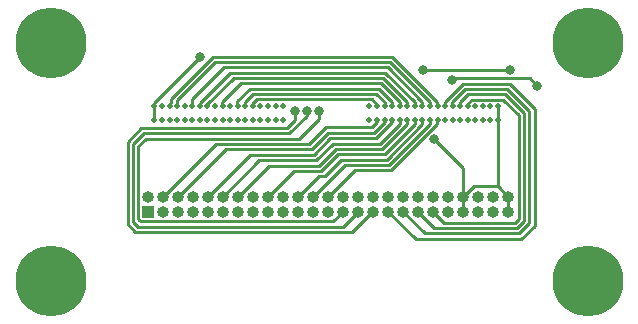
<source format=gbr>
%TF.GenerationSoftware,KiCad,Pcbnew,(6.0.4)*%
%TF.CreationDate,2022-04-14T15:14:52-05:00*%
%TF.ProjectId,Pancake_Wireless_EMG,50616e63-616b-4655-9f57-6972656c6573,rev?*%
%TF.SameCoordinates,Original*%
%TF.FileFunction,Copper,L2,Bot*%
%TF.FilePolarity,Positive*%
%FSLAX46Y46*%
G04 Gerber Fmt 4.6, Leading zero omitted, Abs format (unit mm)*
G04 Created by KiCad (PCBNEW (6.0.4)) date 2022-04-14 15:14:52*
%MOMM*%
%LPD*%
G01*
G04 APERTURE LIST*
%TA.AperFunction,ComponentPad*%
%ADD10C,0.508000*%
%TD*%
%TA.AperFunction,ComponentPad*%
%ADD11C,6.000000*%
%TD*%
%TA.AperFunction,ComponentPad*%
%ADD12O,1.000000X1.000000*%
%TD*%
%TA.AperFunction,ComponentPad*%
%ADD13R,1.000000X1.000000*%
%TD*%
%TA.AperFunction,ViaPad*%
%ADD14C,0.800000*%
%TD*%
%TA.AperFunction,Conductor*%
%ADD15C,0.250000*%
%TD*%
G04 APERTURE END LIST*
D10*
%TO.P,U2,1,In0*%
%TO.N,/FCU1_1*%
X156900000Y-87145000D03*
%TO.P,U2,2,In1*%
%TO.N,/FDP1_1*%
X156260000Y-87145000D03*
%TO.P,U2,3,In2*%
%TO.N,/FDP2_1*%
X155620000Y-87145000D03*
%TO.P,U2,4,In3*%
%TO.N,/FDS1_1*%
X154980000Y-87145000D03*
%TO.P,U2,5,In4*%
%TO.N,/PT_1*%
X154340000Y-87145000D03*
%TO.P,U2,6,In5*%
%TO.N,/FPB_1*%
X153700000Y-87145000D03*
%TO.P,U2,7,In6*%
%TO.N,/Lum_1*%
X153060000Y-87145000D03*
%TO.P,U2,8,In7*%
%TO.N,/EPL_1*%
X152420000Y-87145000D03*
%TO.P,U2,9,In8*%
%TO.N,/FCR2_2*%
X152420000Y-88282289D03*
%TO.P,U2,10,In9*%
%TO.N,/FCU1_2*%
X153060000Y-88282289D03*
%TO.P,U2,11,In10*%
%TO.N,/FDP1_2*%
X153700000Y-88282289D03*
%TO.P,U2,12,In11*%
%TO.N,/FDP2_2*%
X154340000Y-88282289D03*
%TO.P,U2,13,In12*%
%TO.N,/FDS1_2*%
X154980000Y-88282289D03*
%TO.P,U2,14,In13*%
%TO.N,/PT_2*%
X155620000Y-88282289D03*
%TO.P,U2,15,In14*%
%TO.N,/FPB_2*%
X156260000Y-88282289D03*
%TO.P,U2,16,In15*%
%TO.N,/Lum_2*%
X156900000Y-88282289D03*
%TO.P,U2,17,In16*%
%TO.N,/EPL_2*%
X157540000Y-88282289D03*
%TO.P,U2,18,In17*%
%TO.N,/ECU_2*%
X158180000Y-88282289D03*
%TO.P,U2,19,In18*%
%TO.N,/ECR_1*%
X158820000Y-88282289D03*
%TO.P,U2,20,In19*%
%TO.N,/ECR_3*%
X159460000Y-88282289D03*
%TO.P,U2,21,In20*%
%TO.N,/EDC1_2*%
X160100000Y-88282289D03*
%TO.P,U2,22,In21*%
%TO.N,/EDC2_2*%
X160740000Y-88282289D03*
%TO.P,U2,23,In22*%
%TO.N,/Tri_2*%
X161380000Y-88282289D03*
%TO.P,U2,24,In23*%
%TO.N,/Bi_2*%
X162020000Y-88282289D03*
%TO.P,U2,25,In24*%
%TO.N,/Bi_1*%
X162020000Y-87145000D03*
%TO.P,U2,26,In25*%
%TO.N,/Tri_1*%
X161380000Y-87145000D03*
%TO.P,U2,27,In26*%
%TO.N,/EDC2_1*%
X160740000Y-87145000D03*
%TO.P,U2,28,In27*%
%TO.N,/EDC1_1*%
X160100000Y-87145000D03*
%TO.P,U2,29,In28*%
%TO.N,/ECR_2*%
X159460000Y-87145000D03*
%TO.P,U2,30,In29*%
%TO.N,/ECU_3*%
X158820000Y-87145000D03*
%TO.P,U2,31,In30*%
%TO.N,/ECU_1*%
X158180000Y-87145000D03*
%TO.P,U2,32,In31*%
%TO.N,/FCR2_1*%
X157540000Y-87145000D03*
%TO.P,U2,33,GND*%
%TO.N,/Gnd*%
X151745153Y-87145000D03*
%TO.P,U2,34,REF*%
X151745153Y-88282289D03*
%TO.P,U2,35,REF*%
X162660000Y-88282289D03*
%TO.P,U2,36,GND*%
X162660000Y-87145000D03*
%TD*%
%TO.P,U1,1,In0*%
%TO.N,/FDS2_1*%
X138700000Y-87145000D03*
%TO.P,U1,2,In1*%
%TO.N,/FDS1_1*%
X138060000Y-87145000D03*
%TO.P,U1,3,In2*%
%TO.N,/FDP2_1*%
X137420000Y-87145000D03*
%TO.P,U1,4,In3*%
%TO.N,/FDP1_1*%
X136780000Y-87145000D03*
%TO.P,U1,5,In4*%
%TO.N,/FCU2_1*%
X136140000Y-87145000D03*
%TO.P,U1,6,In5*%
%TO.N,/FCU1_1*%
X135500000Y-87145000D03*
%TO.P,U1,7,In6*%
%TO.N,/FCR2_1*%
X134860000Y-87145000D03*
%TO.P,U1,8,In7*%
%TO.N,/FCR1_1*%
X134220000Y-87145000D03*
%TO.P,U1,9,In8*%
%TO.N,/FCR1_2*%
X134220000Y-88282289D03*
%TO.P,U1,10,In9*%
%TO.N,/FCR2_2*%
X134860000Y-88282289D03*
%TO.P,U1,11,In10*%
%TO.N,/FCU1_2*%
X135500000Y-88282289D03*
%TO.P,U1,12,In11*%
%TO.N,/FCU2_2*%
X136140000Y-88282289D03*
%TO.P,U1,13,In12*%
%TO.N,/FDP1_2*%
X136780000Y-88282289D03*
%TO.P,U1,14,In13*%
%TO.N,/FDP2_2*%
X137420000Y-88282289D03*
%TO.P,U1,15,In14*%
%TO.N,/FDS1_2*%
X138060000Y-88282289D03*
%TO.P,U1,16,In15*%
%TO.N,/FDS2_2*%
X138700000Y-88282289D03*
%TO.P,U1,17,In16*%
%TO.N,/PT_2*%
X139340000Y-88282289D03*
%TO.P,U1,18,In17*%
%TO.N,/APB_2*%
X139980000Y-88282289D03*
%TO.P,U1,19,In18*%
%TO.N,/FPB_2*%
X140620000Y-88282289D03*
%TO.P,U1,20,In19*%
%TO.N,/Lum_2*%
X141260000Y-88282289D03*
%TO.P,U1,21,In20*%
%TO.N,/EPL_2*%
X141900000Y-88282289D03*
%TO.P,U1,22,In21*%
%TO.N,/1DI_2*%
X142540000Y-88282289D03*
%TO.P,U1,23,In22*%
%TO.N,/Sup_2*%
X143180000Y-88282289D03*
%TO.P,U1,24,In23*%
%TO.N,/3DI_2*%
X143820000Y-88282289D03*
%TO.P,U1,25,In24*%
%TO.N,/3DI_1*%
X143820000Y-87145000D03*
%TO.P,U1,26,In25*%
%TO.N,/Sup_1*%
X143180000Y-87145000D03*
%TO.P,U1,27,In26*%
%TO.N,/1DI_1*%
X142540000Y-87145000D03*
%TO.P,U1,28,In27*%
%TO.N,/EPL_1*%
X141900000Y-87145000D03*
%TO.P,U1,29,In28*%
%TO.N,/Lum_1*%
X141260000Y-87145000D03*
%TO.P,U1,30,In29*%
%TO.N,/FPB_1*%
X140620000Y-87145000D03*
%TO.P,U1,31,In30*%
%TO.N,/APB_1*%
X139980000Y-87145000D03*
%TO.P,U1,32,In31*%
%TO.N,/PT_1*%
X139340000Y-87145000D03*
%TO.P,U1,33,GND*%
%TO.N,/Gnd*%
X133545153Y-87145000D03*
%TO.P,U1,34,REF*%
X133545153Y-88282289D03*
%TO.P,U1,35,REF*%
X144460000Y-88282289D03*
%TO.P,U1,36,GND*%
X144460000Y-87145000D03*
%TD*%
D11*
%TO.P,H4,1*%
%TO.N,N/C*%
X170240000Y-81780000D03*
%TD*%
%TO.P,H3,1*%
%TO.N,N/C*%
X170240000Y-101930000D03*
%TD*%
%TO.P,H2,1*%
%TO.N,N/C*%
X124780000Y-101930000D03*
%TD*%
%TO.P,H1,1*%
%TO.N,N/C*%
X124780000Y-81780000D03*
%TD*%
D12*
%TO.P,J1,50,Pin_50*%
%TO.N,/Gnd*%
X163520000Y-94805000D03*
%TO.P,J1,49,Pin_49*%
X163520000Y-96075000D03*
%TO.P,J1,48,Pin_48*%
%TO.N,/Bi_2*%
X162250000Y-94805000D03*
%TO.P,J1,47,Pin_47*%
%TO.N,/Bi_1*%
X162250000Y-96075000D03*
%TO.P,J1,46,Pin_46*%
%TO.N,/Tri_2*%
X160980000Y-94805000D03*
%TO.P,J1,45,Pin_45*%
%TO.N,/Tri_1*%
X160980000Y-96075000D03*
%TO.P,J1,44,Pin_44*%
%TO.N,/Gnd*%
X159710000Y-94805000D03*
%TO.P,J1,43,Pin_43*%
X159710000Y-96075000D03*
%TO.P,J1,42,Pin_42*%
%TO.N,/EDC2_2*%
X158440000Y-94805000D03*
%TO.P,J1,41,Pin_41*%
%TO.N,/EDC2_1*%
X158440000Y-96075000D03*
%TO.P,J1,40,Pin_40*%
%TO.N,/EDC1_2*%
X157170000Y-94805000D03*
%TO.P,J1,39,Pin_39*%
%TO.N,/EDC1_1*%
X157170000Y-96075000D03*
%TO.P,J1,38,Pin_38*%
%TO.N,/ECR_3*%
X155900000Y-94805000D03*
%TO.P,J1,37,Pin_37*%
%TO.N,/ECR_2*%
X155900000Y-96075000D03*
%TO.P,J1,36,Pin_36*%
%TO.N,/ECR_1*%
X154630000Y-94805000D03*
%TO.P,J1,35,Pin_35*%
%TO.N,/ECU_3*%
X154630000Y-96075000D03*
%TO.P,J1,34,Pin_34*%
%TO.N,/ECU_2*%
X153360000Y-94805000D03*
%TO.P,J1,33,Pin_33*%
%TO.N,/ECU_1*%
X153360000Y-96075000D03*
%TO.P,J1,32,Pin_32*%
%TO.N,/3DI_2*%
X152090000Y-94805000D03*
%TO.P,J1,31,Pin_31*%
%TO.N,/3DI_1*%
X152090000Y-96075000D03*
%TO.P,J1,30,Pin_30*%
%TO.N,/Sup_2*%
X150820000Y-94805000D03*
%TO.P,J1,29,Pin_29*%
%TO.N,/Sup_1*%
X150820000Y-96075000D03*
%TO.P,J1,28,Pin_28*%
%TO.N,/1DI_2*%
X149550000Y-94805000D03*
%TO.P,J1,27,Pin_27*%
%TO.N,/1DI_1*%
X149550000Y-96075000D03*
%TO.P,J1,26,Pin_26*%
%TO.N,/EPL_2*%
X148280000Y-94805000D03*
%TO.P,J1,25,Pin_25*%
%TO.N,/EPL_1*%
X148280000Y-96075000D03*
%TO.P,J1,24,Pin_24*%
%TO.N,/Lum_2*%
X147010000Y-94805000D03*
%TO.P,J1,23,Pin_23*%
%TO.N,/Lum_1*%
X147010000Y-96075000D03*
%TO.P,J1,22,Pin_22*%
%TO.N,/FPB_2*%
X145740000Y-94805000D03*
%TO.P,J1,21,Pin_21*%
%TO.N,/FPB_1*%
X145740000Y-96075000D03*
%TO.P,J1,20,Pin_20*%
%TO.N,/APB_2*%
X144470000Y-94805000D03*
%TO.P,J1,19,Pin_19*%
%TO.N,/APB_1*%
X144470000Y-96075000D03*
%TO.P,J1,18,Pin_18*%
%TO.N,/PT_2*%
X143200000Y-94805000D03*
%TO.P,J1,17,Pin_17*%
%TO.N,/PT_1*%
X143200000Y-96075000D03*
%TO.P,J1,16,Pin_16*%
%TO.N,/FDS2_2*%
X141930000Y-94805000D03*
%TO.P,J1,15,Pin_15*%
%TO.N,/FDS2_1*%
X141930000Y-96075000D03*
%TO.P,J1,14,Pin_14*%
%TO.N,/FDS1_2*%
X140660000Y-94805000D03*
%TO.P,J1,13,Pin_13*%
%TO.N,/FDS1_1*%
X140660000Y-96075000D03*
%TO.P,J1,12,Pin_12*%
%TO.N,/FDP2_2*%
X139390000Y-94805000D03*
%TO.P,J1,11,Pin_11*%
%TO.N,/FDP2_1*%
X139390000Y-96075000D03*
%TO.P,J1,10,Pin_10*%
%TO.N,/FDP1_2*%
X138120000Y-94805000D03*
%TO.P,J1,9,Pin_9*%
%TO.N,/FDP1_1*%
X138120000Y-96075000D03*
%TO.P,J1,8,Pin_8*%
%TO.N,/FCU2_2*%
X136850000Y-94805000D03*
%TO.P,J1,7,Pin_7*%
%TO.N,/FCU2_1*%
X136850000Y-96075000D03*
%TO.P,J1,6,Pin_6*%
%TO.N,/FCU1_2*%
X135580000Y-94805000D03*
%TO.P,J1,5,Pin_5*%
%TO.N,/FCU1_1*%
X135580000Y-96075000D03*
%TO.P,J1,4,Pin_4*%
%TO.N,/FCR2_2*%
X134310000Y-94805000D03*
%TO.P,J1,3,Pin_3*%
%TO.N,/FCR2_1*%
X134310000Y-96075000D03*
%TO.P,J1,2,Pin_2*%
%TO.N,/FCR1_2*%
X133040000Y-94805000D03*
D13*
%TO.P,J1,1,Pin_1*%
%TO.N,/FCR1_1*%
X133040000Y-96075000D03*
%TD*%
D14*
%TO.N,/Gnd*%
X157248012Y-89948012D03*
X137412299Y-82987701D03*
%TO.N,/Lum_1*%
X156312299Y-84112299D03*
X163700000Y-84057909D03*
%TO.N,/FPB_1*%
X166000000Y-85400000D03*
X158800000Y-84900000D03*
%TO.N,/1DI_1*%
X147500000Y-87570499D03*
%TO.N,/Sup_1*%
X146499503Y-87570499D03*
%TO.N,/3DI_1*%
X145500000Y-87570499D03*
%TD*%
D15*
%TO.N,/FDP2_1*%
X139998080Y-84301920D02*
X137400000Y-86900000D01*
X155620000Y-86801447D02*
X153120473Y-84301920D01*
X155620000Y-87155000D02*
X155620000Y-86801447D01*
X153120473Y-84301920D02*
X139998080Y-84301920D01*
%TO.N,/EPL_1*%
X141860000Y-86982518D02*
X141860000Y-87155000D01*
X142265991Y-86576527D02*
X141860000Y-86982518D01*
X151983124Y-86576527D02*
X142265991Y-86576527D01*
X152420000Y-87013403D02*
X151983124Y-86576527D01*
%TO.N,/FCR2_2*%
X146660789Y-90348560D02*
X146660789Y-90339211D01*
X134310000Y-94805000D02*
X138766440Y-90348560D01*
X138766440Y-90348560D02*
X146660789Y-90348560D01*
X146660789Y-90339211D02*
X148100000Y-88900000D01*
X148100000Y-88900000D02*
X152000000Y-88900000D01*
X152000000Y-88900000D02*
X152420000Y-88480000D01*
%TO.N,/Gnd*%
X159710000Y-92410000D02*
X159710000Y-94805000D01*
X157248012Y-89948012D02*
X159710000Y-92410000D01*
%TO.N,/EPL_2*%
X157500000Y-88671425D02*
X157500000Y-88295000D01*
X153608366Y-92563059D02*
X157500000Y-88671425D01*
X150521941Y-92563059D02*
X153608366Y-92563059D01*
X148280000Y-94805000D02*
X150521941Y-92563059D01*
%TO.N,/Lum_2*%
X156900000Y-88635707D02*
X156900000Y-88295000D01*
X153422168Y-92113539D02*
X156900000Y-88635707D01*
X149701461Y-92113539D02*
X153422168Y-92113539D01*
X147010000Y-94805000D02*
X149701461Y-92113539D01*
%TO.N,/FPB_2*%
X156260000Y-88639989D02*
X156260000Y-88295000D01*
X153235970Y-91664019D02*
X156260000Y-88639989D01*
X147982570Y-93081449D02*
X149400000Y-91664019D01*
X147463551Y-93081449D02*
X147982570Y-93081449D01*
X145740000Y-94805000D02*
X147463551Y-93081449D01*
X149400000Y-91664019D02*
X153235970Y-91664019D01*
%TO.N,/PT_2*%
X155620000Y-88644271D02*
X155620000Y-88295000D01*
X153049772Y-91214499D02*
X155620000Y-88644271D01*
X145373071Y-92631929D02*
X147668767Y-92631929D01*
X143200000Y-94805000D02*
X145373071Y-92631929D01*
X147668767Y-92631929D02*
X149086197Y-91214499D01*
X149086197Y-91214499D02*
X153049772Y-91214499D01*
%TO.N,/FDS1_2*%
X148900000Y-90764979D02*
X147482570Y-92182409D01*
X147482570Y-92182409D02*
X147282409Y-92182409D01*
X143282591Y-92182409D02*
X147282409Y-92182409D01*
X154980000Y-88648553D02*
X152863574Y-90764979D01*
X152863574Y-90764979D02*
X148900000Y-90764979D01*
X154980000Y-88295000D02*
X154980000Y-88648553D01*
%TO.N,/FDP2_2*%
X142462111Y-91732889D02*
X139390000Y-94805000D01*
X147267111Y-91732889D02*
X142462111Y-91732889D01*
X152673094Y-90315459D02*
X154340000Y-88648553D01*
X148684541Y-90315459D02*
X152673094Y-90315459D01*
X147267111Y-91732889D02*
X148684541Y-90315459D01*
X154340000Y-88648553D02*
X154340000Y-88295000D01*
%TO.N,/FDP1_2*%
X148465939Y-89865939D02*
X152305497Y-89865939D01*
X152305497Y-89865939D02*
X153700000Y-88471436D01*
X147047600Y-91247600D02*
X147084278Y-91247600D01*
X147047600Y-91247600D02*
X141677400Y-91247600D01*
X153700000Y-88471436D02*
X153700000Y-88295000D01*
X147084278Y-91247600D02*
X148465939Y-89865939D01*
%TO.N,/FCU1_2*%
X152135718Y-89400000D02*
X153060000Y-88475718D01*
X148296160Y-89400000D02*
X152135718Y-89400000D01*
X146898080Y-90798080D02*
X148296160Y-89400000D01*
X139586920Y-90798080D02*
X146898080Y-90798080D01*
%TO.N,/FDS1_2*%
X140660000Y-94805000D02*
X143282591Y-92182409D01*
%TO.N,/FDP1_2*%
X141677400Y-91247600D02*
X138120000Y-94805000D01*
%TO.N,/Gnd*%
X133545153Y-86854847D02*
X137412299Y-82987701D01*
X133545153Y-87151038D02*
X133545153Y-86854847D01*
X133545153Y-88282289D02*
X133545153Y-87151038D01*
%TO.N,/FCU1_2*%
X135580000Y-94805000D02*
X139586920Y-90798080D01*
%TO.N,/Lum_1*%
X163645610Y-84112299D02*
X163700000Y-84057909D01*
X156312299Y-84112299D02*
X163645610Y-84112299D01*
%TO.N,/FPB_1*%
X165382409Y-84782409D02*
X166000000Y-85400000D01*
X158917591Y-84782409D02*
X165382409Y-84782409D01*
X158800000Y-84900000D02*
X158917591Y-84782409D01*
%TO.N,/1DI_1*%
X145900000Y-89800000D02*
X147500000Y-88200000D01*
X145800960Y-89899040D02*
X145900000Y-89800000D01*
X143499040Y-89899040D02*
X145800960Y-89899040D01*
X147500000Y-88200000D02*
X147500000Y-87570499D01*
X132836678Y-89899040D02*
X143499040Y-89899040D01*
X132767859Y-89967859D02*
X132836678Y-89899040D01*
X132200000Y-90535718D02*
X132767859Y-89967859D01*
X132200000Y-94200000D02*
X132200000Y-90535718D01*
%TO.N,/Sup_1*%
X146499503Y-87936215D02*
X146499503Y-87570499D01*
X144986198Y-89449520D02*
X146499503Y-87936215D01*
X131750480Y-90349520D02*
X132650480Y-89449520D01*
X132650480Y-89449520D02*
X144986198Y-89449520D01*
%TO.N,/3DI_1*%
X145500000Y-88300000D02*
X145500000Y-87570499D01*
X144800000Y-89000000D02*
X145500000Y-88300000D01*
X132464283Y-89000000D02*
X144800000Y-89000000D01*
X131300960Y-90163323D02*
X132464283Y-89000000D01*
X131300960Y-97136677D02*
X131300960Y-95800000D01*
X132700000Y-97798551D02*
X131962833Y-97798551D01*
X131962833Y-97798551D02*
X131300960Y-97136677D01*
X150262485Y-97798551D02*
X132700000Y-97798551D01*
X151986036Y-96075000D02*
X150262485Y-97798551D01*
X131300960Y-95800000D02*
X131300960Y-90163323D01*
X152090000Y-96075000D02*
X151986036Y-96075000D01*
%TO.N,/Sup_1*%
X131750480Y-93200000D02*
X131750480Y-90349520D01*
X131750480Y-96950480D02*
X131750480Y-93200000D01*
X132149031Y-97349031D02*
X131750480Y-96950480D01*
X149545969Y-97349031D02*
X132149031Y-97349031D01*
X150820000Y-96075000D02*
X149545969Y-97349031D01*
%TO.N,/1DI_1*%
X132200000Y-96700000D02*
X132200000Y-94200000D01*
X132399511Y-96899511D02*
X132300000Y-96800000D01*
X148725489Y-96899511D02*
X132399511Y-96899511D01*
X149550000Y-96075000D02*
X148725489Y-96899511D01*
X132300000Y-96800000D02*
X132200000Y-96700000D01*
%TO.N,/ECU_1*%
X158140000Y-86760000D02*
X158140000Y-87155000D01*
X159668071Y-85231929D02*
X158140000Y-86760000D01*
X163639080Y-85231929D02*
X159668071Y-85231929D01*
X165748560Y-87341409D02*
X163639080Y-85231929D01*
X165748560Y-97258592D02*
X165748560Y-87341409D01*
X164607152Y-98400000D02*
X165748560Y-97258592D01*
X155685000Y-98400000D02*
X164607152Y-98400000D01*
X153360000Y-96075000D02*
X155685000Y-98400000D01*
%TO.N,/ECU_3*%
X158780000Y-86805730D02*
X158780000Y-87155000D01*
X159904281Y-85681449D02*
X158780000Y-86805730D01*
X163452883Y-85681449D02*
X159904281Y-85681449D01*
X165299040Y-87527606D02*
X163452883Y-85681449D01*
X165299040Y-97072395D02*
X165299040Y-87527606D01*
X164472394Y-97899040D02*
X165299040Y-97072395D01*
X156454040Y-97899040D02*
X164472394Y-97899040D01*
X154630000Y-96075000D02*
X156454040Y-97899040D01*
%TO.N,/ECR_2*%
X157274520Y-97449520D02*
X155900000Y-96075000D01*
X164286197Y-97449520D02*
X157274520Y-97449520D01*
X164849520Y-96886198D02*
X164286197Y-97449520D01*
X164849520Y-87713803D02*
X164849520Y-96886198D01*
X163266686Y-86130969D02*
X164849520Y-87713803D01*
X160090478Y-86130969D02*
X163266686Y-86130969D01*
X159420000Y-86801447D02*
X160090478Y-86130969D01*
X159420000Y-87155000D02*
X159420000Y-86801447D01*
%TO.N,/EDC1_1*%
X160060000Y-86982518D02*
X160060000Y-87155000D01*
X163080489Y-86580489D02*
X160462029Y-86580489D01*
X164400000Y-96700000D02*
X164400000Y-87900000D01*
X164400000Y-87900000D02*
X163080489Y-86580489D01*
X164100000Y-97000000D02*
X164400000Y-96700000D01*
X158095000Y-97000000D02*
X164100000Y-97000000D01*
X160462029Y-86580489D02*
X160060000Y-86982518D01*
X157170000Y-96075000D02*
X158095000Y-97000000D01*
%TO.N,/Gnd*%
X160610000Y-93905000D02*
X162620000Y-93905000D01*
X159710000Y-94805000D02*
X160610000Y-93905000D01*
X162620000Y-88294999D02*
X162620000Y-93905000D01*
X162620000Y-93905000D02*
X162800000Y-94085000D01*
X162800000Y-94085000D02*
X162615000Y-93900000D01*
X163520000Y-94805000D02*
X162800000Y-94085000D01*
X162620000Y-87163748D02*
X162620000Y-88294999D01*
X163520000Y-94805000D02*
X163520000Y-96075000D01*
X159710000Y-94805000D02*
X159710000Y-96075000D01*
%TO.N,/FCR2_1*%
X138510922Y-82953360D02*
X134971259Y-86493023D01*
X153683347Y-82953360D02*
X138510922Y-82953360D01*
X157500000Y-86770013D02*
X153683347Y-82953360D01*
X134971259Y-86493023D02*
X134971259Y-86871259D01*
X157500000Y-87155000D02*
X157500000Y-86770013D01*
%TO.N,/FCU1_1*%
X153497150Y-83402880D02*
X138697120Y-83402880D01*
X156900000Y-86805730D02*
X153497150Y-83402880D01*
X156900000Y-87155000D02*
X156900000Y-86805730D01*
X138697120Y-83402880D02*
X135500000Y-86600000D01*
X135500000Y-86600000D02*
X135500000Y-87155000D01*
%TO.N,/FDP1_1*%
X136780000Y-86520000D02*
X136780000Y-87155000D01*
X153310953Y-83852400D02*
X139447600Y-83852400D01*
X156260000Y-86801447D02*
X153310953Y-83852400D01*
X139447600Y-83852400D02*
X136780000Y-86520000D01*
X156260000Y-87155000D02*
X156260000Y-86801447D01*
%TO.N,/PT_1*%
X154340000Y-86801447D02*
X154340000Y-87155000D01*
X152739513Y-85200960D02*
X154340000Y-86801447D01*
X139300000Y-86801447D02*
X140900487Y-85200960D01*
X139300000Y-87155000D02*
X139300000Y-86801447D01*
X140900487Y-85200960D02*
X152739513Y-85200960D01*
%TO.N,/FDS1_1*%
X140291078Y-84751440D02*
X152929993Y-84751440D01*
X154980000Y-86801447D02*
X154980000Y-87155000D01*
X138060000Y-86982518D02*
X140291078Y-84751440D01*
X138060000Y-87155000D02*
X138060000Y-86982518D01*
X152929993Y-84751440D02*
X154980000Y-86801447D01*
%TO.N,/FPB_1*%
X140580000Y-86720000D02*
X140580000Y-87155000D01*
X152544750Y-85650480D02*
X141649520Y-85650480D01*
X153700000Y-86805730D02*
X152544750Y-85650480D01*
X141649520Y-85650480D02*
X140580000Y-86720000D01*
X153700000Y-87155000D02*
X153700000Y-86805730D01*
%TO.N,/Lum_1*%
X141220000Y-86780000D02*
X141900000Y-86100000D01*
X141220000Y-87155000D02*
X141220000Y-86780000D01*
X153060000Y-86801447D02*
X152358553Y-86100000D01*
X152358553Y-86100000D02*
X141900000Y-86100000D01*
X153060000Y-87155000D02*
X153060000Y-86801447D01*
%TD*%
M02*

</source>
